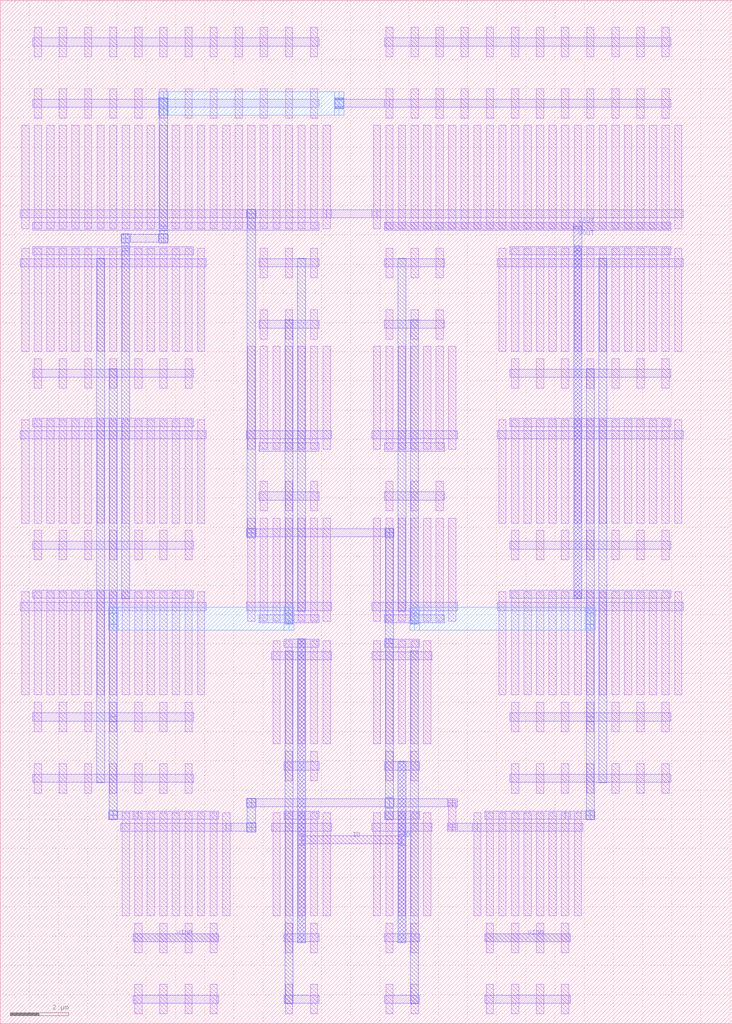
<source format=lef>
MACRO CURRENT_MIRROR_OTA
  ORIGIN 0 0 ;
  FOREIGN CURRENT_MIRROR_OTA 0 0 ;
  SIZE 25.07 BY 35.03 ;
  PIN ID
    DIRECTION INOUT ;
    USE SIGNAL ;
    PORT 
      LAYER M3 ;
        RECT 10.18 2.78 10.46 13.18 ;
      LAYER M3 ;
        RECT 13.62 2.78 13.9 8.98 ;
      LAYER M3 ;
        RECT 10.18 6.115 10.46 6.485 ;
      LAYER M2 ;
        RECT 10.32 6.16 13.76 6.44 ;
      LAYER M3 ;
        RECT 13.62 6.115 13.9 6.485 ;
    END
  END ID
  PIN VOUT
    DIRECTION INOUT ;
    USE SIGNAL ;
    PORT 
      LAYER M3 ;
        RECT 19.64 14.54 19.92 26.62 ;
      LAYER M2 ;
        RECT 13.16 27.16 22.96 27.44 ;
      LAYER M3 ;
        RECT 19.64 26.46 19.92 27.3 ;
      LAYER M2 ;
        RECT 19.62 27.16 19.94 27.44 ;
    END
  END VOUT
  PIN VINN
    DIRECTION INOUT ;
    USE SIGNAL ;
    PORT 
      LAYER M2 ;
        RECT 16.6 2.8 19.52 3.08 ;
    END
  END VINN
  PIN VINP
    DIRECTION INOUT ;
    USE SIGNAL ;
    PORT 
      LAYER M2 ;
        RECT 4.56 2.8 7.48 3.08 ;
    END
  END VINP
  OBS 
  LAYER M2 ;
        RECT 16.6 7 19.52 7.28 ;
  LAYER M3 ;
        RECT 20.07 10.34 20.35 22.42 ;
  LAYER M3 ;
        RECT 14.05 13.7 14.33 24.1 ;
  LAYER M2 ;
        RECT 19.35 7 20.21 7.28 ;
  LAYER M3 ;
        RECT 20.07 7.14 20.35 10.5 ;
  LAYER M3 ;
        RECT 20.07 13.675 20.35 14.045 ;
  LAYER M4 ;
        RECT 14.19 13.46 20.21 14.26 ;
  LAYER M3 ;
        RECT 14.05 13.675 14.33 14.045 ;
  LAYER M2 ;
        RECT 20.05 7 20.37 7.28 ;
  LAYER M3 ;
        RECT 20.07 6.98 20.35 7.3 ;
  LAYER M2 ;
        RECT 20.05 7 20.37 7.28 ;
  LAYER M3 ;
        RECT 20.07 6.98 20.35 7.3 ;
  LAYER M2 ;
        RECT 20.05 7 20.37 7.28 ;
  LAYER M3 ;
        RECT 20.07 6.98 20.35 7.3 ;
  LAYER M3 ;
        RECT 14.05 13.675 14.33 14.045 ;
  LAYER M4 ;
        RECT 14.025 13.46 14.355 14.26 ;
  LAYER M3 ;
        RECT 20.07 13.675 20.35 14.045 ;
  LAYER M4 ;
        RECT 20.045 13.46 20.375 14.26 ;
  LAYER M2 ;
        RECT 20.05 7 20.37 7.28 ;
  LAYER M3 ;
        RECT 20.07 6.98 20.35 7.3 ;
  LAYER M3 ;
        RECT 14.05 13.675 14.33 14.045 ;
  LAYER M4 ;
        RECT 14.025 13.46 14.355 14.26 ;
  LAYER M3 ;
        RECT 20.07 13.675 20.35 14.045 ;
  LAYER M4 ;
        RECT 20.045 13.46 20.375 14.26 ;
  LAYER M2 ;
        RECT 4.56 7 7.48 7.28 ;
  LAYER M3 ;
        RECT 3.73 10.34 4.01 22.42 ;
  LAYER M3 ;
        RECT 9.75 13.7 10.03 24.1 ;
  LAYER M2 ;
        RECT 3.87 7 4.73 7.28 ;
  LAYER M3 ;
        RECT 3.73 7.14 4.01 10.5 ;
  LAYER M3 ;
        RECT 3.73 13.675 4.01 14.045 ;
  LAYER M4 ;
        RECT 3.87 13.46 9.89 14.26 ;
  LAYER M3 ;
        RECT 9.75 13.675 10.03 14.045 ;
  LAYER M2 ;
        RECT 3.71 7 4.03 7.28 ;
  LAYER M3 ;
        RECT 3.73 6.98 4.01 7.3 ;
  LAYER M2 ;
        RECT 3.71 7 4.03 7.28 ;
  LAYER M3 ;
        RECT 3.73 6.98 4.01 7.3 ;
  LAYER M2 ;
        RECT 3.71 7 4.03 7.28 ;
  LAYER M3 ;
        RECT 3.73 6.98 4.01 7.3 ;
  LAYER M3 ;
        RECT 3.73 13.675 4.01 14.045 ;
  LAYER M4 ;
        RECT 3.705 13.46 4.035 14.26 ;
  LAYER M3 ;
        RECT 9.75 13.675 10.03 14.045 ;
  LAYER M4 ;
        RECT 9.725 13.46 10.055 14.26 ;
  LAYER M2 ;
        RECT 3.71 7 4.03 7.28 ;
  LAYER M3 ;
        RECT 3.73 6.98 4.01 7.3 ;
  LAYER M3 ;
        RECT 3.73 13.675 4.01 14.045 ;
  LAYER M4 ;
        RECT 3.705 13.46 4.035 14.26 ;
  LAYER M3 ;
        RECT 9.75 13.675 10.03 14.045 ;
  LAYER M4 ;
        RECT 9.725 13.46 10.055 14.26 ;
  LAYER M2 ;
        RECT 4.13 6.58 7.91 6.86 ;
  LAYER M3 ;
        RECT 13.19 6.98 13.47 13.18 ;
  LAYER M2 ;
        RECT 16.17 6.58 19.95 6.86 ;
  LAYER M2 ;
        RECT 0.69 27.58 11.35 27.86 ;
  LAYER M2 ;
        RECT 12.73 27.58 23.39 27.86 ;
  LAYER M2 ;
        RECT 7.74 6.58 8.6 6.86 ;
  LAYER M3 ;
        RECT 8.46 6.72 8.74 7.56 ;
  LAYER M2 ;
        RECT 8.6 7.42 13.33 7.7 ;
  LAYER M3 ;
        RECT 13.19 7.375 13.47 7.745 ;
  LAYER M2 ;
        RECT 13.33 7.42 15.48 7.7 ;
  LAYER M1 ;
        RECT 15.355 6.72 15.605 7.56 ;
  LAYER M2 ;
        RECT 15.48 6.58 16.34 6.86 ;
  LAYER M3 ;
        RECT 13.19 13.02 13.47 16.8 ;
  LAYER M2 ;
        RECT 8.6 16.66 13.33 16.94 ;
  LAYER M3 ;
        RECT 8.46 16.8 8.74 27.72 ;
  LAYER M2 ;
        RECT 8.44 27.58 8.76 27.86 ;
  LAYER M2 ;
        RECT 11.18 27.58 12.9 27.86 ;
  LAYER M2 ;
        RECT 8.44 6.58 8.76 6.86 ;
  LAYER M3 ;
        RECT 8.46 6.56 8.74 6.88 ;
  LAYER M2 ;
        RECT 8.44 7.42 8.76 7.7 ;
  LAYER M3 ;
        RECT 8.46 7.4 8.74 7.72 ;
  LAYER M2 ;
        RECT 13.17 7.42 13.49 7.7 ;
  LAYER M3 ;
        RECT 13.19 7.4 13.47 7.72 ;
  LAYER M2 ;
        RECT 8.44 6.58 8.76 6.86 ;
  LAYER M3 ;
        RECT 8.46 6.56 8.74 6.88 ;
  LAYER M2 ;
        RECT 8.44 7.42 8.76 7.7 ;
  LAYER M3 ;
        RECT 8.46 7.4 8.74 7.72 ;
  LAYER M2 ;
        RECT 13.17 7.42 13.49 7.7 ;
  LAYER M3 ;
        RECT 13.19 7.4 13.47 7.72 ;
  LAYER M1 ;
        RECT 15.355 6.635 15.605 6.805 ;
  LAYER M2 ;
        RECT 15.31 6.58 15.65 6.86 ;
  LAYER M1 ;
        RECT 15.355 7.475 15.605 7.645 ;
  LAYER M2 ;
        RECT 15.31 7.42 15.65 7.7 ;
  LAYER M2 ;
        RECT 8.44 6.58 8.76 6.86 ;
  LAYER M3 ;
        RECT 8.46 6.56 8.74 6.88 ;
  LAYER M2 ;
        RECT 8.44 7.42 8.76 7.7 ;
  LAYER M3 ;
        RECT 8.46 7.4 8.74 7.72 ;
  LAYER M2 ;
        RECT 13.17 7.42 13.49 7.7 ;
  LAYER M3 ;
        RECT 13.19 7.4 13.47 7.72 ;
  LAYER M1 ;
        RECT 15.355 6.635 15.605 6.805 ;
  LAYER M2 ;
        RECT 15.31 6.58 15.65 6.86 ;
  LAYER M1 ;
        RECT 15.355 7.475 15.605 7.645 ;
  LAYER M2 ;
        RECT 15.31 7.42 15.65 7.7 ;
  LAYER M2 ;
        RECT 8.44 6.58 8.76 6.86 ;
  LAYER M3 ;
        RECT 8.46 6.56 8.74 6.88 ;
  LAYER M2 ;
        RECT 8.44 7.42 8.76 7.7 ;
  LAYER M3 ;
        RECT 8.46 7.4 8.74 7.72 ;
  LAYER M2 ;
        RECT 13.17 7.42 13.49 7.7 ;
  LAYER M3 ;
        RECT 13.19 7.4 13.47 7.72 ;
  LAYER M1 ;
        RECT 15.355 6.635 15.605 6.805 ;
  LAYER M2 ;
        RECT 15.31 6.58 15.65 6.86 ;
  LAYER M1 ;
        RECT 15.355 7.475 15.605 7.645 ;
  LAYER M2 ;
        RECT 15.31 7.42 15.65 7.7 ;
  LAYER M2 ;
        RECT 8.44 6.58 8.76 6.86 ;
  LAYER M3 ;
        RECT 8.46 6.56 8.74 6.88 ;
  LAYER M2 ;
        RECT 8.44 7.42 8.76 7.7 ;
  LAYER M3 ;
        RECT 8.46 7.4 8.74 7.72 ;
  LAYER M2 ;
        RECT 8.44 16.66 8.76 16.94 ;
  LAYER M3 ;
        RECT 8.46 16.64 8.74 16.96 ;
  LAYER M2 ;
        RECT 8.44 27.58 8.76 27.86 ;
  LAYER M3 ;
        RECT 8.46 27.56 8.74 27.88 ;
  LAYER M2 ;
        RECT 13.17 7.42 13.49 7.7 ;
  LAYER M3 ;
        RECT 13.19 7.4 13.47 7.72 ;
  LAYER M2 ;
        RECT 13.17 16.66 13.49 16.94 ;
  LAYER M3 ;
        RECT 13.19 16.64 13.47 16.96 ;
  LAYER M1 ;
        RECT 15.355 6.635 15.605 6.805 ;
  LAYER M2 ;
        RECT 15.31 6.58 15.65 6.86 ;
  LAYER M1 ;
        RECT 15.355 7.475 15.605 7.645 ;
  LAYER M2 ;
        RECT 15.31 7.42 15.65 7.7 ;
  LAYER M2 ;
        RECT 8.44 6.58 8.76 6.86 ;
  LAYER M3 ;
        RECT 8.46 6.56 8.74 6.88 ;
  LAYER M2 ;
        RECT 8.44 7.42 8.76 7.7 ;
  LAYER M3 ;
        RECT 8.46 7.4 8.74 7.72 ;
  LAYER M2 ;
        RECT 8.44 16.66 8.76 16.94 ;
  LAYER M3 ;
        RECT 8.46 16.64 8.74 16.96 ;
  LAYER M2 ;
        RECT 8.44 27.58 8.76 27.86 ;
  LAYER M3 ;
        RECT 8.46 27.56 8.74 27.88 ;
  LAYER M2 ;
        RECT 13.17 7.42 13.49 7.7 ;
  LAYER M3 ;
        RECT 13.19 7.4 13.47 7.72 ;
  LAYER M2 ;
        RECT 13.17 16.66 13.49 16.94 ;
  LAYER M3 ;
        RECT 13.19 16.64 13.47 16.96 ;
  LAYER M1 ;
        RECT 15.355 6.635 15.605 6.805 ;
  LAYER M2 ;
        RECT 15.31 6.58 15.65 6.86 ;
  LAYER M1 ;
        RECT 15.355 7.475 15.605 7.645 ;
  LAYER M2 ;
        RECT 15.31 7.42 15.65 7.7 ;
  LAYER M2 ;
        RECT 8.44 6.58 8.76 6.86 ;
  LAYER M3 ;
        RECT 8.46 6.56 8.74 6.88 ;
  LAYER M2 ;
        RECT 8.44 7.42 8.76 7.7 ;
  LAYER M3 ;
        RECT 8.46 7.4 8.74 7.72 ;
  LAYER M2 ;
        RECT 8.44 16.66 8.76 16.94 ;
  LAYER M3 ;
        RECT 8.46 16.64 8.74 16.96 ;
  LAYER M2 ;
        RECT 8.44 27.58 8.76 27.86 ;
  LAYER M3 ;
        RECT 8.46 27.56 8.74 27.88 ;
  LAYER M2 ;
        RECT 13.17 7.42 13.49 7.7 ;
  LAYER M3 ;
        RECT 13.19 7.4 13.47 7.72 ;
  LAYER M2 ;
        RECT 13.17 16.66 13.49 16.94 ;
  LAYER M3 ;
        RECT 13.19 16.64 13.47 16.96 ;
  LAYER M1 ;
        RECT 15.355 6.635 15.605 6.805 ;
  LAYER M2 ;
        RECT 15.31 6.58 15.65 6.86 ;
  LAYER M1 ;
        RECT 15.355 7.475 15.605 7.645 ;
  LAYER M2 ;
        RECT 15.31 7.42 15.65 7.7 ;
  LAYER M2 ;
        RECT 8.44 6.58 8.76 6.86 ;
  LAYER M3 ;
        RECT 8.46 6.56 8.74 6.88 ;
  LAYER M2 ;
        RECT 8.44 7.42 8.76 7.7 ;
  LAYER M3 ;
        RECT 8.46 7.4 8.74 7.72 ;
  LAYER M2 ;
        RECT 8.44 16.66 8.76 16.94 ;
  LAYER M3 ;
        RECT 8.46 16.64 8.74 16.96 ;
  LAYER M2 ;
        RECT 8.44 27.58 8.76 27.86 ;
  LAYER M3 ;
        RECT 8.46 27.56 8.74 27.88 ;
  LAYER M2 ;
        RECT 13.17 7.42 13.49 7.7 ;
  LAYER M3 ;
        RECT 13.19 7.4 13.47 7.72 ;
  LAYER M2 ;
        RECT 13.17 16.66 13.49 16.94 ;
  LAYER M3 ;
        RECT 13.19 16.64 13.47 16.96 ;
  LAYER M3 ;
        RECT 4.16 14.54 4.44 26.62 ;
  LAYER M3 ;
        RECT 5.45 27.14 5.73 31.66 ;
  LAYER M2 ;
        RECT 13.16 31.36 22.96 31.64 ;
  LAYER M3 ;
        RECT 4.16 26.46 4.44 26.88 ;
  LAYER M2 ;
        RECT 4.3 26.74 5.59 27.02 ;
  LAYER M3 ;
        RECT 5.45 26.88 5.73 27.3 ;
  LAYER M3 ;
        RECT 5.45 31.315 5.73 31.685 ;
  LAYER M4 ;
        RECT 5.59 31.1 11.61 31.9 ;
  LAYER M3 ;
        RECT 11.47 31.379 11.75 31.621 ;
  LAYER M2 ;
        RECT 11.61 31.36 13.33 31.64 ;
  LAYER M2 ;
        RECT 4.14 26.74 4.46 27.02 ;
  LAYER M3 ;
        RECT 4.16 26.72 4.44 27.04 ;
  LAYER M2 ;
        RECT 5.43 26.74 5.75 27.02 ;
  LAYER M3 ;
        RECT 5.45 26.72 5.73 27.04 ;
  LAYER M2 ;
        RECT 4.14 26.74 4.46 27.02 ;
  LAYER M3 ;
        RECT 4.16 26.72 4.44 27.04 ;
  LAYER M2 ;
        RECT 5.43 26.74 5.75 27.02 ;
  LAYER M3 ;
        RECT 5.45 26.72 5.73 27.04 ;
  LAYER M2 ;
        RECT 4.14 26.74 4.46 27.02 ;
  LAYER M3 ;
        RECT 4.16 26.72 4.44 27.04 ;
  LAYER M2 ;
        RECT 5.43 26.74 5.75 27.02 ;
  LAYER M3 ;
        RECT 5.45 26.72 5.73 27.04 ;
  LAYER M2 ;
        RECT 11.45 31.36 11.77 31.64 ;
  LAYER M3 ;
        RECT 11.47 31.34 11.75 31.66 ;
  LAYER M3 ;
        RECT 5.45 31.315 5.73 31.685 ;
  LAYER M4 ;
        RECT 5.425 31.1 5.755 31.9 ;
  LAYER M3 ;
        RECT 11.47 31.315 11.75 31.685 ;
  LAYER M4 ;
        RECT 11.445 31.1 11.775 31.9 ;
  LAYER M2 ;
        RECT 4.14 26.74 4.46 27.02 ;
  LAYER M3 ;
        RECT 4.16 26.72 4.44 27.04 ;
  LAYER M2 ;
        RECT 5.43 26.74 5.75 27.02 ;
  LAYER M3 ;
        RECT 5.45 26.72 5.73 27.04 ;
  LAYER M3 ;
        RECT 5.45 31.315 5.73 31.685 ;
  LAYER M4 ;
        RECT 5.425 31.1 5.755 31.9 ;
  LAYER M1 ;
        RECT 10.625 9.575 10.875 13.105 ;
  LAYER M1 ;
        RECT 10.625 8.315 10.875 9.325 ;
  LAYER M1 ;
        RECT 10.625 3.695 10.875 7.225 ;
  LAYER M1 ;
        RECT 10.625 2.435 10.875 3.445 ;
  LAYER M1 ;
        RECT 10.625 0.335 10.875 1.345 ;
  LAYER M1 ;
        RECT 11.055 9.575 11.305 13.105 ;
  LAYER M1 ;
        RECT 11.055 3.695 11.305 7.225 ;
  LAYER M1 ;
        RECT 10.195 9.575 10.445 13.105 ;
  LAYER M1 ;
        RECT 10.195 3.695 10.445 7.225 ;
  LAYER M1 ;
        RECT 9.765 9.575 10.015 13.105 ;
  LAYER M1 ;
        RECT 9.765 8.315 10.015 9.325 ;
  LAYER M1 ;
        RECT 9.765 3.695 10.015 7.225 ;
  LAYER M1 ;
        RECT 9.765 2.435 10.015 3.445 ;
  LAYER M1 ;
        RECT 9.765 0.335 10.015 1.345 ;
  LAYER M1 ;
        RECT 9.335 9.575 9.585 13.105 ;
  LAYER M1 ;
        RECT 9.335 3.695 9.585 7.225 ;
  LAYER M2 ;
        RECT 9.72 12.88 10.92 13.16 ;
  LAYER M2 ;
        RECT 9.72 8.68 10.92 8.96 ;
  LAYER M2 ;
        RECT 9.29 12.46 11.35 12.74 ;
  LAYER M2 ;
        RECT 9.72 7 10.92 7.28 ;
  LAYER M2 ;
        RECT 9.72 2.8 10.92 3.08 ;
  LAYER M2 ;
        RECT 9.72 0.7 10.92 0.98 ;
  LAYER M2 ;
        RECT 9.29 6.58 11.35 6.86 ;
  LAYER M3 ;
        RECT 10.18 2.78 10.46 13.18 ;
  LAYER M3 ;
        RECT 9.75 0.68 10.03 12.76 ;
  LAYER M1 ;
        RECT 14.925 13.775 15.175 17.305 ;
  LAYER M1 ;
        RECT 14.925 17.555 15.175 18.565 ;
  LAYER M1 ;
        RECT 14.925 19.655 15.175 23.185 ;
  LAYER M1 ;
        RECT 14.925 23.435 15.175 24.445 ;
  LAYER M1 ;
        RECT 14.925 25.535 15.175 26.545 ;
  LAYER M1 ;
        RECT 15.355 13.775 15.605 17.305 ;
  LAYER M1 ;
        RECT 15.355 19.655 15.605 23.185 ;
  LAYER M1 ;
        RECT 14.495 13.775 14.745 17.305 ;
  LAYER M1 ;
        RECT 14.495 19.655 14.745 23.185 ;
  LAYER M1 ;
        RECT 14.065 13.775 14.315 17.305 ;
  LAYER M1 ;
        RECT 14.065 17.555 14.315 18.565 ;
  LAYER M1 ;
        RECT 14.065 19.655 14.315 23.185 ;
  LAYER M1 ;
        RECT 14.065 23.435 14.315 24.445 ;
  LAYER M1 ;
        RECT 14.065 25.535 14.315 26.545 ;
  LAYER M1 ;
        RECT 13.635 13.775 13.885 17.305 ;
  LAYER M1 ;
        RECT 13.635 19.655 13.885 23.185 ;
  LAYER M1 ;
        RECT 13.205 13.775 13.455 17.305 ;
  LAYER M1 ;
        RECT 13.205 17.555 13.455 18.565 ;
  LAYER M1 ;
        RECT 13.205 19.655 13.455 23.185 ;
  LAYER M1 ;
        RECT 13.205 23.435 13.455 24.445 ;
  LAYER M1 ;
        RECT 13.205 25.535 13.455 26.545 ;
  LAYER M1 ;
        RECT 12.775 13.775 13.025 17.305 ;
  LAYER M1 ;
        RECT 12.775 19.655 13.025 23.185 ;
  LAYER M2 ;
        RECT 13.16 13.72 15.22 14 ;
  LAYER M2 ;
        RECT 13.16 17.92 15.22 18.2 ;
  LAYER M2 ;
        RECT 12.73 14.14 15.65 14.42 ;
  LAYER M2 ;
        RECT 13.16 19.6 15.22 19.88 ;
  LAYER M2 ;
        RECT 13.16 23.8 15.22 24.08 ;
  LAYER M2 ;
        RECT 13.16 25.9 15.22 26.18 ;
  LAYER M2 ;
        RECT 12.73 20.02 15.65 20.3 ;
  LAYER M3 ;
        RECT 14.05 13.7 14.33 24.1 ;
  LAYER M3 ;
        RECT 13.62 14.12 13.9 26.2 ;
  LAYER M1 ;
        RECT 8.905 13.775 9.155 17.305 ;
  LAYER M1 ;
        RECT 8.905 17.555 9.155 18.565 ;
  LAYER M1 ;
        RECT 8.905 19.655 9.155 23.185 ;
  LAYER M1 ;
        RECT 8.905 23.435 9.155 24.445 ;
  LAYER M1 ;
        RECT 8.905 25.535 9.155 26.545 ;
  LAYER M1 ;
        RECT 8.475 13.775 8.725 17.305 ;
  LAYER M1 ;
        RECT 8.475 19.655 8.725 23.185 ;
  LAYER M1 ;
        RECT 9.335 13.775 9.585 17.305 ;
  LAYER M1 ;
        RECT 9.335 19.655 9.585 23.185 ;
  LAYER M1 ;
        RECT 9.765 13.775 10.015 17.305 ;
  LAYER M1 ;
        RECT 9.765 17.555 10.015 18.565 ;
  LAYER M1 ;
        RECT 9.765 19.655 10.015 23.185 ;
  LAYER M1 ;
        RECT 9.765 23.435 10.015 24.445 ;
  LAYER M1 ;
        RECT 9.765 25.535 10.015 26.545 ;
  LAYER M1 ;
        RECT 10.195 13.775 10.445 17.305 ;
  LAYER M1 ;
        RECT 10.195 19.655 10.445 23.185 ;
  LAYER M1 ;
        RECT 10.625 13.775 10.875 17.305 ;
  LAYER M1 ;
        RECT 10.625 17.555 10.875 18.565 ;
  LAYER M1 ;
        RECT 10.625 19.655 10.875 23.185 ;
  LAYER M1 ;
        RECT 10.625 23.435 10.875 24.445 ;
  LAYER M1 ;
        RECT 10.625 25.535 10.875 26.545 ;
  LAYER M1 ;
        RECT 11.055 13.775 11.305 17.305 ;
  LAYER M1 ;
        RECT 11.055 19.655 11.305 23.185 ;
  LAYER M2 ;
        RECT 8.86 13.72 10.92 14 ;
  LAYER M2 ;
        RECT 8.86 17.92 10.92 18.2 ;
  LAYER M2 ;
        RECT 8.43 14.14 11.35 14.42 ;
  LAYER M2 ;
        RECT 8.86 19.6 10.92 19.88 ;
  LAYER M2 ;
        RECT 8.86 23.8 10.92 24.08 ;
  LAYER M2 ;
        RECT 8.86 25.9 10.92 26.18 ;
  LAYER M2 ;
        RECT 8.43 20.02 11.35 20.3 ;
  LAYER M3 ;
        RECT 9.75 13.7 10.03 24.1 ;
  LAYER M3 ;
        RECT 10.18 14.12 10.46 26.2 ;
  LAYER M1 ;
        RECT 13.205 9.575 13.455 13.105 ;
  LAYER M1 ;
        RECT 13.205 8.315 13.455 9.325 ;
  LAYER M1 ;
        RECT 13.205 3.695 13.455 7.225 ;
  LAYER M1 ;
        RECT 13.205 2.435 13.455 3.445 ;
  LAYER M1 ;
        RECT 13.205 0.335 13.455 1.345 ;
  LAYER M1 ;
        RECT 12.775 9.575 13.025 13.105 ;
  LAYER M1 ;
        RECT 12.775 3.695 13.025 7.225 ;
  LAYER M1 ;
        RECT 13.635 9.575 13.885 13.105 ;
  LAYER M1 ;
        RECT 13.635 3.695 13.885 7.225 ;
  LAYER M1 ;
        RECT 14.065 9.575 14.315 13.105 ;
  LAYER M1 ;
        RECT 14.065 8.315 14.315 9.325 ;
  LAYER M1 ;
        RECT 14.065 3.695 14.315 7.225 ;
  LAYER M1 ;
        RECT 14.065 2.435 14.315 3.445 ;
  LAYER M1 ;
        RECT 14.065 0.335 14.315 1.345 ;
  LAYER M1 ;
        RECT 14.495 9.575 14.745 13.105 ;
  LAYER M1 ;
        RECT 14.495 3.695 14.745 7.225 ;
  LAYER M2 ;
        RECT 13.16 12.88 14.36 13.16 ;
  LAYER M2 ;
        RECT 13.16 8.68 14.36 8.96 ;
  LAYER M2 ;
        RECT 12.73 12.46 14.79 12.74 ;
  LAYER M2 ;
        RECT 13.16 7 14.36 7.28 ;
  LAYER M2 ;
        RECT 13.16 2.8 14.36 3.08 ;
  LAYER M2 ;
        RECT 13.16 0.7 14.36 0.98 ;
  LAYER M2 ;
        RECT 12.73 6.58 14.79 6.86 ;
  LAYER M3 ;
        RECT 13.19 6.98 13.47 13.18 ;
  LAYER M3 ;
        RECT 13.62 2.78 13.9 8.98 ;
  LAYER M3 ;
        RECT 14.05 0.68 14.33 12.76 ;
  LAYER M1 ;
        RECT 6.325 23.015 6.575 26.545 ;
  LAYER M1 ;
        RECT 6.325 21.755 6.575 22.765 ;
  LAYER M1 ;
        RECT 6.325 17.135 6.575 20.665 ;
  LAYER M1 ;
        RECT 6.325 15.875 6.575 16.885 ;
  LAYER M1 ;
        RECT 6.325 11.255 6.575 14.785 ;
  LAYER M1 ;
        RECT 6.325 9.995 6.575 11.005 ;
  LAYER M1 ;
        RECT 6.325 7.895 6.575 8.905 ;
  LAYER M1 ;
        RECT 6.755 23.015 7.005 26.545 ;
  LAYER M1 ;
        RECT 6.755 17.135 7.005 20.665 ;
  LAYER M1 ;
        RECT 6.755 11.255 7.005 14.785 ;
  LAYER M1 ;
        RECT 5.895 23.015 6.145 26.545 ;
  LAYER M1 ;
        RECT 5.895 17.135 6.145 20.665 ;
  LAYER M1 ;
        RECT 5.895 11.255 6.145 14.785 ;
  LAYER M1 ;
        RECT 5.465 23.015 5.715 26.545 ;
  LAYER M1 ;
        RECT 5.465 21.755 5.715 22.765 ;
  LAYER M1 ;
        RECT 5.465 17.135 5.715 20.665 ;
  LAYER M1 ;
        RECT 5.465 15.875 5.715 16.885 ;
  LAYER M1 ;
        RECT 5.465 11.255 5.715 14.785 ;
  LAYER M1 ;
        RECT 5.465 9.995 5.715 11.005 ;
  LAYER M1 ;
        RECT 5.465 7.895 5.715 8.905 ;
  LAYER M1 ;
        RECT 5.035 23.015 5.285 26.545 ;
  LAYER M1 ;
        RECT 5.035 17.135 5.285 20.665 ;
  LAYER M1 ;
        RECT 5.035 11.255 5.285 14.785 ;
  LAYER M1 ;
        RECT 4.605 23.015 4.855 26.545 ;
  LAYER M1 ;
        RECT 4.605 21.755 4.855 22.765 ;
  LAYER M1 ;
        RECT 4.605 17.135 4.855 20.665 ;
  LAYER M1 ;
        RECT 4.605 15.875 4.855 16.885 ;
  LAYER M1 ;
        RECT 4.605 11.255 4.855 14.785 ;
  LAYER M1 ;
        RECT 4.605 9.995 4.855 11.005 ;
  LAYER M1 ;
        RECT 4.605 7.895 4.855 8.905 ;
  LAYER M1 ;
        RECT 4.175 23.015 4.425 26.545 ;
  LAYER M1 ;
        RECT 4.175 17.135 4.425 20.665 ;
  LAYER M1 ;
        RECT 4.175 11.255 4.425 14.785 ;
  LAYER M1 ;
        RECT 3.745 23.015 3.995 26.545 ;
  LAYER M1 ;
        RECT 3.745 21.755 3.995 22.765 ;
  LAYER M1 ;
        RECT 3.745 17.135 3.995 20.665 ;
  LAYER M1 ;
        RECT 3.745 15.875 3.995 16.885 ;
  LAYER M1 ;
        RECT 3.745 11.255 3.995 14.785 ;
  LAYER M1 ;
        RECT 3.745 9.995 3.995 11.005 ;
  LAYER M1 ;
        RECT 3.745 7.895 3.995 8.905 ;
  LAYER M1 ;
        RECT 3.315 23.015 3.565 26.545 ;
  LAYER M1 ;
        RECT 3.315 17.135 3.565 20.665 ;
  LAYER M1 ;
        RECT 3.315 11.255 3.565 14.785 ;
  LAYER M1 ;
        RECT 2.885 23.015 3.135 26.545 ;
  LAYER M1 ;
        RECT 2.885 21.755 3.135 22.765 ;
  LAYER M1 ;
        RECT 2.885 17.135 3.135 20.665 ;
  LAYER M1 ;
        RECT 2.885 15.875 3.135 16.885 ;
  LAYER M1 ;
        RECT 2.885 11.255 3.135 14.785 ;
  LAYER M1 ;
        RECT 2.885 9.995 3.135 11.005 ;
  LAYER M1 ;
        RECT 2.885 7.895 3.135 8.905 ;
  LAYER M1 ;
        RECT 2.455 23.015 2.705 26.545 ;
  LAYER M1 ;
        RECT 2.455 17.135 2.705 20.665 ;
  LAYER M1 ;
        RECT 2.455 11.255 2.705 14.785 ;
  LAYER M1 ;
        RECT 2.025 23.015 2.275 26.545 ;
  LAYER M1 ;
        RECT 2.025 21.755 2.275 22.765 ;
  LAYER M1 ;
        RECT 2.025 17.135 2.275 20.665 ;
  LAYER M1 ;
        RECT 2.025 15.875 2.275 16.885 ;
  LAYER M1 ;
        RECT 2.025 11.255 2.275 14.785 ;
  LAYER M1 ;
        RECT 2.025 9.995 2.275 11.005 ;
  LAYER M1 ;
        RECT 2.025 7.895 2.275 8.905 ;
  LAYER M1 ;
        RECT 1.595 23.015 1.845 26.545 ;
  LAYER M1 ;
        RECT 1.595 17.135 1.845 20.665 ;
  LAYER M1 ;
        RECT 1.595 11.255 1.845 14.785 ;
  LAYER M1 ;
        RECT 1.165 23.015 1.415 26.545 ;
  LAYER M1 ;
        RECT 1.165 21.755 1.415 22.765 ;
  LAYER M1 ;
        RECT 1.165 17.135 1.415 20.665 ;
  LAYER M1 ;
        RECT 1.165 15.875 1.415 16.885 ;
  LAYER M1 ;
        RECT 1.165 11.255 1.415 14.785 ;
  LAYER M1 ;
        RECT 1.165 9.995 1.415 11.005 ;
  LAYER M1 ;
        RECT 1.165 7.895 1.415 8.905 ;
  LAYER M1 ;
        RECT 0.735 23.015 0.985 26.545 ;
  LAYER M1 ;
        RECT 0.735 17.135 0.985 20.665 ;
  LAYER M1 ;
        RECT 0.735 11.255 0.985 14.785 ;
  LAYER M2 ;
        RECT 1.12 26.32 6.62 26.6 ;
  LAYER M2 ;
        RECT 1.12 22.12 6.62 22.4 ;
  LAYER M2 ;
        RECT 0.69 25.9 7.05 26.18 ;
  LAYER M2 ;
        RECT 1.12 20.44 6.62 20.72 ;
  LAYER M2 ;
        RECT 1.12 16.24 6.62 16.52 ;
  LAYER M2 ;
        RECT 0.69 20.02 7.05 20.3 ;
  LAYER M2 ;
        RECT 1.12 14.56 6.62 14.84 ;
  LAYER M2 ;
        RECT 1.12 10.36 6.62 10.64 ;
  LAYER M2 ;
        RECT 1.12 8.26 6.62 8.54 ;
  LAYER M2 ;
        RECT 0.69 14.14 7.05 14.42 ;
  LAYER M3 ;
        RECT 4.16 14.54 4.44 26.62 ;
  LAYER M3 ;
        RECT 3.73 10.34 4.01 22.42 ;
  LAYER M3 ;
        RECT 3.3 8.24 3.58 26.2 ;
  LAYER M1 ;
        RECT 17.505 23.015 17.755 26.545 ;
  LAYER M1 ;
        RECT 17.505 21.755 17.755 22.765 ;
  LAYER M1 ;
        RECT 17.505 17.135 17.755 20.665 ;
  LAYER M1 ;
        RECT 17.505 15.875 17.755 16.885 ;
  LAYER M1 ;
        RECT 17.505 11.255 17.755 14.785 ;
  LAYER M1 ;
        RECT 17.505 9.995 17.755 11.005 ;
  LAYER M1 ;
        RECT 17.505 7.895 17.755 8.905 ;
  LAYER M1 ;
        RECT 17.075 23.015 17.325 26.545 ;
  LAYER M1 ;
        RECT 17.075 17.135 17.325 20.665 ;
  LAYER M1 ;
        RECT 17.075 11.255 17.325 14.785 ;
  LAYER M1 ;
        RECT 17.935 23.015 18.185 26.545 ;
  LAYER M1 ;
        RECT 17.935 17.135 18.185 20.665 ;
  LAYER M1 ;
        RECT 17.935 11.255 18.185 14.785 ;
  LAYER M1 ;
        RECT 18.365 23.015 18.615 26.545 ;
  LAYER M1 ;
        RECT 18.365 21.755 18.615 22.765 ;
  LAYER M1 ;
        RECT 18.365 17.135 18.615 20.665 ;
  LAYER M1 ;
        RECT 18.365 15.875 18.615 16.885 ;
  LAYER M1 ;
        RECT 18.365 11.255 18.615 14.785 ;
  LAYER M1 ;
        RECT 18.365 9.995 18.615 11.005 ;
  LAYER M1 ;
        RECT 18.365 7.895 18.615 8.905 ;
  LAYER M1 ;
        RECT 18.795 23.015 19.045 26.545 ;
  LAYER M1 ;
        RECT 18.795 17.135 19.045 20.665 ;
  LAYER M1 ;
        RECT 18.795 11.255 19.045 14.785 ;
  LAYER M1 ;
        RECT 19.225 23.015 19.475 26.545 ;
  LAYER M1 ;
        RECT 19.225 21.755 19.475 22.765 ;
  LAYER M1 ;
        RECT 19.225 17.135 19.475 20.665 ;
  LAYER M1 ;
        RECT 19.225 15.875 19.475 16.885 ;
  LAYER M1 ;
        RECT 19.225 11.255 19.475 14.785 ;
  LAYER M1 ;
        RECT 19.225 9.995 19.475 11.005 ;
  LAYER M1 ;
        RECT 19.225 7.895 19.475 8.905 ;
  LAYER M1 ;
        RECT 19.655 23.015 19.905 26.545 ;
  LAYER M1 ;
        RECT 19.655 17.135 19.905 20.665 ;
  LAYER M1 ;
        RECT 19.655 11.255 19.905 14.785 ;
  LAYER M1 ;
        RECT 20.085 23.015 20.335 26.545 ;
  LAYER M1 ;
        RECT 20.085 21.755 20.335 22.765 ;
  LAYER M1 ;
        RECT 20.085 17.135 20.335 20.665 ;
  LAYER M1 ;
        RECT 20.085 15.875 20.335 16.885 ;
  LAYER M1 ;
        RECT 20.085 11.255 20.335 14.785 ;
  LAYER M1 ;
        RECT 20.085 9.995 20.335 11.005 ;
  LAYER M1 ;
        RECT 20.085 7.895 20.335 8.905 ;
  LAYER M1 ;
        RECT 20.515 23.015 20.765 26.545 ;
  LAYER M1 ;
        RECT 20.515 17.135 20.765 20.665 ;
  LAYER M1 ;
        RECT 20.515 11.255 20.765 14.785 ;
  LAYER M1 ;
        RECT 20.945 23.015 21.195 26.545 ;
  LAYER M1 ;
        RECT 20.945 21.755 21.195 22.765 ;
  LAYER M1 ;
        RECT 20.945 17.135 21.195 20.665 ;
  LAYER M1 ;
        RECT 20.945 15.875 21.195 16.885 ;
  LAYER M1 ;
        RECT 20.945 11.255 21.195 14.785 ;
  LAYER M1 ;
        RECT 20.945 9.995 21.195 11.005 ;
  LAYER M1 ;
        RECT 20.945 7.895 21.195 8.905 ;
  LAYER M1 ;
        RECT 21.375 23.015 21.625 26.545 ;
  LAYER M1 ;
        RECT 21.375 17.135 21.625 20.665 ;
  LAYER M1 ;
        RECT 21.375 11.255 21.625 14.785 ;
  LAYER M1 ;
        RECT 21.805 23.015 22.055 26.545 ;
  LAYER M1 ;
        RECT 21.805 21.755 22.055 22.765 ;
  LAYER M1 ;
        RECT 21.805 17.135 22.055 20.665 ;
  LAYER M1 ;
        RECT 21.805 15.875 22.055 16.885 ;
  LAYER M1 ;
        RECT 21.805 11.255 22.055 14.785 ;
  LAYER M1 ;
        RECT 21.805 9.995 22.055 11.005 ;
  LAYER M1 ;
        RECT 21.805 7.895 22.055 8.905 ;
  LAYER M1 ;
        RECT 22.235 23.015 22.485 26.545 ;
  LAYER M1 ;
        RECT 22.235 17.135 22.485 20.665 ;
  LAYER M1 ;
        RECT 22.235 11.255 22.485 14.785 ;
  LAYER M1 ;
        RECT 22.665 23.015 22.915 26.545 ;
  LAYER M1 ;
        RECT 22.665 21.755 22.915 22.765 ;
  LAYER M1 ;
        RECT 22.665 17.135 22.915 20.665 ;
  LAYER M1 ;
        RECT 22.665 15.875 22.915 16.885 ;
  LAYER M1 ;
        RECT 22.665 11.255 22.915 14.785 ;
  LAYER M1 ;
        RECT 22.665 9.995 22.915 11.005 ;
  LAYER M1 ;
        RECT 22.665 7.895 22.915 8.905 ;
  LAYER M1 ;
        RECT 23.095 23.015 23.345 26.545 ;
  LAYER M1 ;
        RECT 23.095 17.135 23.345 20.665 ;
  LAYER M1 ;
        RECT 23.095 11.255 23.345 14.785 ;
  LAYER M2 ;
        RECT 17.46 26.32 22.96 26.6 ;
  LAYER M2 ;
        RECT 17.46 22.12 22.96 22.4 ;
  LAYER M2 ;
        RECT 17.03 25.9 23.39 26.18 ;
  LAYER M2 ;
        RECT 17.46 20.44 22.96 20.72 ;
  LAYER M2 ;
        RECT 17.46 16.24 22.96 16.52 ;
  LAYER M2 ;
        RECT 17.03 20.02 23.39 20.3 ;
  LAYER M2 ;
        RECT 17.46 14.56 22.96 14.84 ;
  LAYER M2 ;
        RECT 17.46 10.36 22.96 10.64 ;
  LAYER M2 ;
        RECT 17.46 8.26 22.96 8.54 ;
  LAYER M2 ;
        RECT 17.03 14.14 23.39 14.42 ;
  LAYER M3 ;
        RECT 19.64 14.54 19.92 26.62 ;
  LAYER M3 ;
        RECT 20.07 10.34 20.35 22.42 ;
  LAYER M3 ;
        RECT 20.5 8.24 20.78 26.2 ;
  LAYER M1 ;
        RECT 1.165 27.215 1.415 30.745 ;
  LAYER M1 ;
        RECT 1.165 30.995 1.415 32.005 ;
  LAYER M1 ;
        RECT 1.165 33.095 1.415 34.105 ;
  LAYER M1 ;
        RECT 0.735 27.215 0.985 30.745 ;
  LAYER M1 ;
        RECT 1.595 27.215 1.845 30.745 ;
  LAYER M1 ;
        RECT 2.025 27.215 2.275 30.745 ;
  LAYER M1 ;
        RECT 2.025 30.995 2.275 32.005 ;
  LAYER M1 ;
        RECT 2.025 33.095 2.275 34.105 ;
  LAYER M1 ;
        RECT 2.455 27.215 2.705 30.745 ;
  LAYER M1 ;
        RECT 2.885 27.215 3.135 30.745 ;
  LAYER M1 ;
        RECT 2.885 30.995 3.135 32.005 ;
  LAYER M1 ;
        RECT 2.885 33.095 3.135 34.105 ;
  LAYER M1 ;
        RECT 3.315 27.215 3.565 30.745 ;
  LAYER M1 ;
        RECT 3.745 27.215 3.995 30.745 ;
  LAYER M1 ;
        RECT 3.745 30.995 3.995 32.005 ;
  LAYER M1 ;
        RECT 3.745 33.095 3.995 34.105 ;
  LAYER M1 ;
        RECT 4.175 27.215 4.425 30.745 ;
  LAYER M1 ;
        RECT 4.605 27.215 4.855 30.745 ;
  LAYER M1 ;
        RECT 4.605 30.995 4.855 32.005 ;
  LAYER M1 ;
        RECT 4.605 33.095 4.855 34.105 ;
  LAYER M1 ;
        RECT 5.035 27.215 5.285 30.745 ;
  LAYER M1 ;
        RECT 5.465 27.215 5.715 30.745 ;
  LAYER M1 ;
        RECT 5.465 30.995 5.715 32.005 ;
  LAYER M1 ;
        RECT 5.465 33.095 5.715 34.105 ;
  LAYER M1 ;
        RECT 5.895 27.215 6.145 30.745 ;
  LAYER M1 ;
        RECT 6.325 27.215 6.575 30.745 ;
  LAYER M1 ;
        RECT 6.325 30.995 6.575 32.005 ;
  LAYER M1 ;
        RECT 6.325 33.095 6.575 34.105 ;
  LAYER M1 ;
        RECT 6.755 27.215 7.005 30.745 ;
  LAYER M1 ;
        RECT 7.185 27.215 7.435 30.745 ;
  LAYER M1 ;
        RECT 7.185 30.995 7.435 32.005 ;
  LAYER M1 ;
        RECT 7.185 33.095 7.435 34.105 ;
  LAYER M1 ;
        RECT 7.615 27.215 7.865 30.745 ;
  LAYER M1 ;
        RECT 8.045 27.215 8.295 30.745 ;
  LAYER M1 ;
        RECT 8.045 30.995 8.295 32.005 ;
  LAYER M1 ;
        RECT 8.045 33.095 8.295 34.105 ;
  LAYER M1 ;
        RECT 8.475 27.215 8.725 30.745 ;
  LAYER M1 ;
        RECT 8.905 27.215 9.155 30.745 ;
  LAYER M1 ;
        RECT 8.905 30.995 9.155 32.005 ;
  LAYER M1 ;
        RECT 8.905 33.095 9.155 34.105 ;
  LAYER M1 ;
        RECT 9.335 27.215 9.585 30.745 ;
  LAYER M1 ;
        RECT 9.765 27.215 10.015 30.745 ;
  LAYER M1 ;
        RECT 9.765 30.995 10.015 32.005 ;
  LAYER M1 ;
        RECT 9.765 33.095 10.015 34.105 ;
  LAYER M1 ;
        RECT 10.195 27.215 10.445 30.745 ;
  LAYER M1 ;
        RECT 10.625 27.215 10.875 30.745 ;
  LAYER M1 ;
        RECT 10.625 30.995 10.875 32.005 ;
  LAYER M1 ;
        RECT 10.625 33.095 10.875 34.105 ;
  LAYER M1 ;
        RECT 11.055 27.215 11.305 30.745 ;
  LAYER M2 ;
        RECT 1.12 27.16 10.92 27.44 ;
  LAYER M2 ;
        RECT 1.12 31.36 10.92 31.64 ;
  LAYER M2 ;
        RECT 1.12 33.46 10.92 33.74 ;
  LAYER M3 ;
        RECT 5.45 27.14 5.73 31.66 ;
  LAYER M2 ;
        RECT 0.69 27.58 11.35 27.86 ;
  LAYER M1 ;
        RECT 19.225 3.695 19.475 7.225 ;
  LAYER M1 ;
        RECT 19.225 2.435 19.475 3.445 ;
  LAYER M1 ;
        RECT 19.225 0.335 19.475 1.345 ;
  LAYER M1 ;
        RECT 19.655 3.695 19.905 7.225 ;
  LAYER M1 ;
        RECT 18.795 3.695 19.045 7.225 ;
  LAYER M1 ;
        RECT 18.365 3.695 18.615 7.225 ;
  LAYER M1 ;
        RECT 18.365 2.435 18.615 3.445 ;
  LAYER M1 ;
        RECT 18.365 0.335 18.615 1.345 ;
  LAYER M1 ;
        RECT 17.935 3.695 18.185 7.225 ;
  LAYER M1 ;
        RECT 17.505 3.695 17.755 7.225 ;
  LAYER M1 ;
        RECT 17.505 2.435 17.755 3.445 ;
  LAYER M1 ;
        RECT 17.505 0.335 17.755 1.345 ;
  LAYER M1 ;
        RECT 17.075 3.695 17.325 7.225 ;
  LAYER M1 ;
        RECT 16.645 3.695 16.895 7.225 ;
  LAYER M1 ;
        RECT 16.645 2.435 16.895 3.445 ;
  LAYER M1 ;
        RECT 16.645 0.335 16.895 1.345 ;
  LAYER M1 ;
        RECT 16.215 3.695 16.465 7.225 ;
  LAYER M2 ;
        RECT 16.6 0.7 19.52 0.98 ;
  LAYER M2 ;
        RECT 16.6 7 19.52 7.28 ;
  LAYER M2 ;
        RECT 16.6 2.8 19.52 3.08 ;
  LAYER M2 ;
        RECT 16.17 6.58 19.95 6.86 ;
  LAYER M1 ;
        RECT 4.605 3.695 4.855 7.225 ;
  LAYER M1 ;
        RECT 4.605 2.435 4.855 3.445 ;
  LAYER M1 ;
        RECT 4.605 0.335 4.855 1.345 ;
  LAYER M1 ;
        RECT 4.175 3.695 4.425 7.225 ;
  LAYER M1 ;
        RECT 5.035 3.695 5.285 7.225 ;
  LAYER M1 ;
        RECT 5.465 3.695 5.715 7.225 ;
  LAYER M1 ;
        RECT 5.465 2.435 5.715 3.445 ;
  LAYER M1 ;
        RECT 5.465 0.335 5.715 1.345 ;
  LAYER M1 ;
        RECT 5.895 3.695 6.145 7.225 ;
  LAYER M1 ;
        RECT 6.325 3.695 6.575 7.225 ;
  LAYER M1 ;
        RECT 6.325 2.435 6.575 3.445 ;
  LAYER M1 ;
        RECT 6.325 0.335 6.575 1.345 ;
  LAYER M1 ;
        RECT 6.755 3.695 7.005 7.225 ;
  LAYER M1 ;
        RECT 7.185 3.695 7.435 7.225 ;
  LAYER M1 ;
        RECT 7.185 2.435 7.435 3.445 ;
  LAYER M1 ;
        RECT 7.185 0.335 7.435 1.345 ;
  LAYER M1 ;
        RECT 7.615 3.695 7.865 7.225 ;
  LAYER M2 ;
        RECT 4.56 0.7 7.48 0.98 ;
  LAYER M2 ;
        RECT 4.56 7 7.48 7.28 ;
  LAYER M2 ;
        RECT 4.56 2.8 7.48 3.08 ;
  LAYER M2 ;
        RECT 4.13 6.58 7.91 6.86 ;
  LAYER M1 ;
        RECT 22.665 27.215 22.915 30.745 ;
  LAYER M1 ;
        RECT 22.665 30.995 22.915 32.005 ;
  LAYER M1 ;
        RECT 22.665 33.095 22.915 34.105 ;
  LAYER M1 ;
        RECT 23.095 27.215 23.345 30.745 ;
  LAYER M1 ;
        RECT 22.235 27.215 22.485 30.745 ;
  LAYER M1 ;
        RECT 21.805 27.215 22.055 30.745 ;
  LAYER M1 ;
        RECT 21.805 30.995 22.055 32.005 ;
  LAYER M1 ;
        RECT 21.805 33.095 22.055 34.105 ;
  LAYER M1 ;
        RECT 21.375 27.215 21.625 30.745 ;
  LAYER M1 ;
        RECT 20.945 27.215 21.195 30.745 ;
  LAYER M1 ;
        RECT 20.945 30.995 21.195 32.005 ;
  LAYER M1 ;
        RECT 20.945 33.095 21.195 34.105 ;
  LAYER M1 ;
        RECT 20.515 27.215 20.765 30.745 ;
  LAYER M1 ;
        RECT 20.085 27.215 20.335 30.745 ;
  LAYER M1 ;
        RECT 20.085 30.995 20.335 32.005 ;
  LAYER M1 ;
        RECT 20.085 33.095 20.335 34.105 ;
  LAYER M1 ;
        RECT 19.655 27.215 19.905 30.745 ;
  LAYER M1 ;
        RECT 19.225 27.215 19.475 30.745 ;
  LAYER M1 ;
        RECT 19.225 30.995 19.475 32.005 ;
  LAYER M1 ;
        RECT 19.225 33.095 19.475 34.105 ;
  LAYER M1 ;
        RECT 18.795 27.215 19.045 30.745 ;
  LAYER M1 ;
        RECT 18.365 27.215 18.615 30.745 ;
  LAYER M1 ;
        RECT 18.365 30.995 18.615 32.005 ;
  LAYER M1 ;
        RECT 18.365 33.095 18.615 34.105 ;
  LAYER M1 ;
        RECT 17.935 27.215 18.185 30.745 ;
  LAYER M1 ;
        RECT 17.505 27.215 17.755 30.745 ;
  LAYER M1 ;
        RECT 17.505 30.995 17.755 32.005 ;
  LAYER M1 ;
        RECT 17.505 33.095 17.755 34.105 ;
  LAYER M1 ;
        RECT 17.075 27.215 17.325 30.745 ;
  LAYER M1 ;
        RECT 16.645 27.215 16.895 30.745 ;
  LAYER M1 ;
        RECT 16.645 30.995 16.895 32.005 ;
  LAYER M1 ;
        RECT 16.645 33.095 16.895 34.105 ;
  LAYER M1 ;
        RECT 16.215 27.215 16.465 30.745 ;
  LAYER M1 ;
        RECT 15.785 27.215 16.035 30.745 ;
  LAYER M1 ;
        RECT 15.785 30.995 16.035 32.005 ;
  LAYER M1 ;
        RECT 15.785 33.095 16.035 34.105 ;
  LAYER M1 ;
        RECT 15.355 27.215 15.605 30.745 ;
  LAYER M1 ;
        RECT 14.925 27.215 15.175 30.745 ;
  LAYER M1 ;
        RECT 14.925 30.995 15.175 32.005 ;
  LAYER M1 ;
        RECT 14.925 33.095 15.175 34.105 ;
  LAYER M1 ;
        RECT 14.495 27.215 14.745 30.745 ;
  LAYER M1 ;
        RECT 14.065 27.215 14.315 30.745 ;
  LAYER M1 ;
        RECT 14.065 30.995 14.315 32.005 ;
  LAYER M1 ;
        RECT 14.065 33.095 14.315 34.105 ;
  LAYER M1 ;
        RECT 13.635 27.215 13.885 30.745 ;
  LAYER M1 ;
        RECT 13.205 27.215 13.455 30.745 ;
  LAYER M1 ;
        RECT 13.205 30.995 13.455 32.005 ;
  LAYER M1 ;
        RECT 13.205 33.095 13.455 34.105 ;
  LAYER M1 ;
        RECT 12.775 27.215 13.025 30.745 ;
  LAYER M2 ;
        RECT 13.16 33.46 22.96 33.74 ;
  LAYER M2 ;
        RECT 13.16 27.16 22.96 27.44 ;
  LAYER M2 ;
        RECT 13.16 31.36 22.96 31.64 ;
  LAYER M2 ;
        RECT 12.73 27.58 23.39 27.86 ;
  END 
END CURRENT_MIRROR_OTA

</source>
